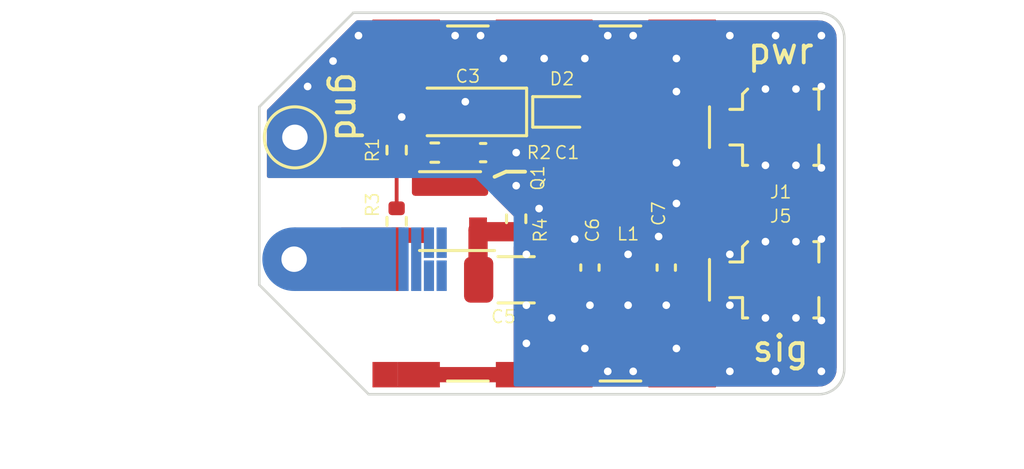
<source format=kicad_pcb>
(kicad_pcb (version 20211014) (generator pcbnew)
  (layers (0 "F.Cu" signal) (31 "B.Cu" signal) (34 "B.Paste" user) (35 "F.Paste" user) (36 "B.SilkS" user "B.Silkscreen") (37 "F.SilkS" user "F.Silkscreen") (38 "B.Mask" user) (39 "F.Mask" user) (44 "Edge.Cuts" user))
  (net 0 "")
  (net 1 "GND")
  (net 3 "Net-(C4-Pad2)")
  (net 4 "/out2")
  (net 5 "/out1")
  (net 6 "Net-(R1-Pad2)")
  (net 7 "/out")
  (net 8 "Net-(D2-Pad2)")
  (net 9 "+5V")
  (footprint "Connector_Coaxial:U.FL_Molex_MCRF_73412-0110_Vertical" (layer "F.Cu") (at 122.5 103 -90)
    (fp_text reference "J5" (at -2.5 0) (layer "F.SilkS") (effects (font (size 0.5 0.5) (thickness 0.06))))
    (fp_text value "u.Fl")
    (fp_line (start -0.7 1.5) (end -0.7 2) (layer "F.SilkS") (width 0.12))
    (fp_line (start 0.7 1.5) (end 0.7 2) (layer "F.SilkS") (width 0.12))
    (fp_line (start -1.5 -1.3) (end -1.5 -1.5) (layer "F.SilkS") (width 0.12))
    (fp_line (start 1.5 1.3) (end 1.5 1.5) (layer "F.SilkS") (width 0.12))
    (fp_line (start -1.5 -1.5) (end -0.7 -1.5) (layer "F.SilkS") (width 0.12))
    (fp_line (start 1.5 -1.5) (end 1.5 -1.3) (layer "F.SilkS") (width 0.12))
    (fp_line (start -0.7 1.5) (end -1.3 1.5) (layer "F.SilkS") (width 0.12))
    (fp_line (start -1.3 1.5) (end -1.5 1.3) (layer "F.SilkS") (width 0.12))
    (fp_line (start 0.7 -1.5) (end 1.5 -1.5) (layer "F.SilkS") (width 0.12))
    (fp_line (start 1.5 1.5) (end 0.7 1.5) (layer "F.SilkS") (width 0.12))
    (pad "1" smd rect (at 0 1.5 270) (size 1 1) (layers "F.Cu" "F.Paste" "F.Mask") (net 7 "/out"))
    (pad "2" smd rect (at 0 -1.5 270) (size 1 1) (layers "F.Cu" "F.Paste" "F.Mask") (net 1 "GND"))
    (pad "2" smd rect (at -1.475 0 270) (size 1.05 2.2) (layers "F.Cu" "F.Paste" "F.Mask") (net 1 "GND"))
    (pad "2" smd rect (at 1.475 0 270) (size 1.05 2.2) (layers "F.Cu" "F.Paste" "F.Mask") (net 1 "GND"))
  )
  (footprint "RF_Shielding:Laird_Technologies_BMI-S-101_13.66x12.70mm" (layer "F.Cu") (at 113.2 100)
    (fp_text reference "N1" hide)
    (fp_text value "Laird_BMI-S-101")
    (fp_line (start -3.8 -6.98) (end -2.2 -6.98) (layer "F.SilkS") (width 0.12))
    (fp_line (start -3.8 6.98) (end -2.2 6.98) (layer "F.SilkS") (width 0.12))
    (fp_line (start 6.5 2.2) (end 6.5 3.8) (layer "F.SilkS") (width 0.12))
    (fp_line (start 6.5 -3.8) (end 6.5 -2.2) (layer "F.SilkS") (width 0.12))
    (fp_line (start 2.2 6.98) (end 3.8 6.98) (layer "F.SilkS") (width 0.12))
    (fp_line (start 2.2 -6.98) (end 3.8 -6.98) (layer "F.SilkS") (width 0.12))
    (pad "1" smd rect (at -4.925 6.73) (size 1.65 1) (layers "F.Cu" "F.Paste" "F.Mask") (net 1 "GND"))
    (pad "1" smd rect (at -4.925 -6.73) (size 1.65 1) (layers "F.Cu" "F.Paste" "F.Mask") (net 1 "GND"))
    (pad "1" smd rect (at 6.25 -5.165) (size 1 2.13) (layers "F.Cu" "F.Paste" "F.Mask") (net 1 "GND"))
    (pad "1" smd rect (at 6.25 6.73) (size 1 1) (layers "F.Cu" "F.Paste" "F.Mask") (net 1 "GND"))
    (pad "1" smd rect (at 6.25 -6.73) (size 1 1) (layers "F.Cu" "F.Paste" "F.Mask") (net 1 "GND"))
    (pad "1" smd rect (at 0 6.73) (size 3.8 1) (layers "F.Cu" "F.Paste" "F.Mask") (net 1 "GND"))
    (pad "1" smd rect (at 6.25 5.165) (size 1 2.13) (layers "F.Cu" "F.Paste" "F.Mask") (net 1 "GND"))
    (pad "1" smd rect (at 6.25 0) (size 1 3.8) (layers "F.Cu" "F.Paste" "F.Mask") (net 1 "GND"))
    (pad "1" smd rect (at 4.925 -6.73) (size 1.65 1) (layers "F.Cu" "F.Paste" "F.Mask") (net 1 "GND"))
    (pad "1" smd rect (at -6.25 -6.73) (size 1 1) (layers "F.Cu" "F.Paste" "F.Mask") (net 1 "GND"))
    (pad "1" smd rect (at -6.25 6.73) (size 1 1) (layers "F.Cu" "F.Paste" "F.Mask") (net 1 "GND"))
    (pad "1" smd rect (at 4.925 6.73) (size 1.65 1) (layers "F.Cu" "F.Paste" "F.Mask") (net 1 "GND"))
    (pad "1" smd rect (at 0 -6.73) (size 3.8 1) (layers "F.Cu" "F.Paste" "F.Mask") (net 1 "GND"))
  )
  (footprint "FETProbe:SOT-143_mod" (layer "F.Cu") (at 109.5 100.3 180)
    (fp_text reference "Q1" (at -3.45 1.3 90) (layer "F.SilkS") (effects (font (size 0.5 0.5) (thickness 0.06))))
    (fp_text value "BF998")
    (fp_line (start -1.2 1.55) (end 1.2 1.55) (layer "F.SilkS") (width 0.12))
    (fp_line (start 1.2 -1.55) (end -1.75 -1.55) (layer "F.SilkS") (width 0.12))
    (pad "1" smd rect (at -1.1 -0.75 180) (size 0.7 1) (layers "F.Cu" "F.Paste" "F.Mask") (net 4 "/out2"))
    (pad "2" smd rect (at -1.1 0.95 180) (size 0.7 0.6) (layers "F.Cu" "F.Paste" "F.Mask") (net 9 "+5V"))
    (pad "3" smd rect (at 1.1 0.95 180) (size 0.7 0.6) (layers "F.Cu" "F.Paste" "F.Mask") (net 9 "+5V"))
    (pad "4" smd rect (at 1.1 -0.95 180) (size 0.7 0.6) (layers "F.Cu" "F.Paste" "F.Mask") (net 3 "Net-(C4-Pad2)"))
  )
  (footprint "Resistor_SMD:R_0402_1005Metric" (layer "F.Cu") (at 108.9 98)
    (fp_text reference "R2" (at 4.1 0) (layer "F.SilkS") (effects (font (size 0.5 0.5) (thickness 0.06))))
    (fp_text value "6k8")
    (fp_line (start -0.153641 0.38) (end 0.153641 0.38) (layer "F.SilkS") (width 0.12))
    (fp_line (start -0.153641 -0.38) (end 0.153641 -0.38) (layer "F.SilkS") (width 0.12))
    (pad "1" smd roundrect (at -0.51 0) (size 0.54 0.64) (layers "F.Cu" "F.Paste" "F.Mask") (net 6 "Net-(R1-Pad2)"))
    (pad "2" smd roundrect (at 0.51 0) (size 0.54 0.64) (layers "F.Cu" "F.Paste" "F.Mask") (net 9 "+5V"))
  )
  (footprint "Capacitor_Tantalum_SMD:CP_EIA-3216-18_Kemet-A" (layer "F.Cu") (at 110.2 96.4 180)
    (fp_text reference "C3" (at 0 1.4) (layer "F.SilkS") (effects (font (size 0.5 0.5) (thickness 0.06))))
    (fp_text value "10uF")
    (fp_line (start -2.31 0.935) (end 1.6 0.935) (layer "F.SilkS") (width 0.12))
    (fp_line (start -2.31 -0.935) (end -2.31 0.935) (layer "F.SilkS") (width 0.12))
    (fp_line (start 1.6 -0.935) (end -2.31 -0.935) (layer "F.SilkS") (width 0.12))
    (pad "1" smd roundrect (at -1.35 0 180) (size 1.4 1.35) (layers "F.Cu" "F.Paste" "F.Mask") (roundrect_rratio 0.185185) (net 9 "+5V"))
    (pad "2" smd roundrect (at 1.35 0 180) (size 1.4 1.35) (layers "F.Cu" "F.Paste" "F.Mask") (roundrect_rratio 0.185185) (net 1 "GND"))
  )
  (footprint "Resistor_SMD:R_0402_1005Metric" (layer "F.Cu") (at 107.4 100.7 -90)
    (fp_text reference "R3" (at -0.65 0.95 90) (layer "F.SilkS") (effects (font (size 0.5 0.5) (thickness 0.06))))
    (fp_text value "1M")
    (fp_line (start -0.153641 0.38) (end 0.153641 0.38) (layer "F.SilkS") (width 0.12))
    (fp_line (start -0.153641 -0.38) (end 0.153641 -0.38) (layer "F.SilkS") (width 0.12))
    (pad "1" smd roundrect (at -0.51 0 270) (size 0.54 0.64) (layers "F.Cu" "F.Paste" "F.Mask") (net 6 "Net-(R1-Pad2)"))
    (pad "2" smd roundrect (at 0.51 0 270) (size 0.54 0.64) (layers "F.Cu" "F.Paste" "F.Mask") (net 3 "Net-(C4-Pad2)"))
  )
  (footprint "Connector_Coaxial:U.FL_Molex_MCRF_73412-0110_Vertical" (layer "F.Cu") (at 122.5 97 -90)
    (fp_text reference "J1" (at 2.55 0 180) (layer "F.SilkS") (effects (font (size 0.5 0.5) (thickness 0.06))))
    (fp_text value "u.Fl")
    (fp_line (start 0.7 -1.5) (end 1.5 -1.5) (layer "F.SilkS") (width 0.12))
    (fp_line (start 1.5 1.3) (end 1.5 1.5) (layer "F.SilkS") (width 0.12))
    (fp_line (start -0.7 1.5) (end -1.3 1.5) (layer "F.SilkS") (width 0.12))
    (fp_line (start 1.5 -1.5) (end 1.5 -1.3) (layer "F.SilkS") (width 0.12))
    (fp_line (start -1.5 -1.5) (end -0.7 -1.5) (layer "F.SilkS") (width 0.12))
    (fp_line (start 1.5 1.5) (end 0.7 1.5) (layer "F.SilkS") (width 0.12))
    (fp_line (start -0.7 1.5) (end -0.7 2) (layer "F.SilkS") (width 0.12))
    (fp_line (start -1.3 1.5) (end -1.5 1.3) (layer "F.SilkS") (width 0.12))
    (fp_line (start -1.5 -1.3) (end -1.5 -1.5) (layer "F.SilkS") (width 0.12))
    (fp_line (start 0.7 1.5) (end 0.7 2) (layer "F.SilkS") (width 0.12))
    (pad "1" smd rect (at 0 1.5 270) (size 1 1) (layers "F.Cu" "F.Paste" "F.Mask") (net 8 "Net-(D2-Pad2)"))
    (pad "2" smd rect (at 0 -1.5 270) (size 1 1) (layers "F.Cu" "F.Paste" "F.Mask") (net 1 "GND"))
    (pad "2" smd rect (at 1.475 0 270) (size 1.05 2.2) (layers "F.Cu" "F.Paste" "F.Mask") (net 1 "GND"))
    (pad "2" smd rect (at -1.475 0 270) (size 1.05 2.2) (layers "F.Cu" "F.Paste" "F.Mask") (net 1 "GND"))
  )
  (footprint "Resistor_SMD:R_0402_1005Metric" (layer "F.Cu") (at 107.4 97.9 -90)
    (fp_text reference "R1" (at 0 0.95 90) (layer "F.SilkS") (effects (font (size 0.5 0.5) (thickness 0.06))))
    (fp_text value "4k7")
    (fp_line (start -0.153641 0.38) (end 0.153641 0.38) (layer "F.SilkS") (width 0.12))
    (fp_line (start -0.153641 -0.38) (end 0.153641 -0.38) (layer "F.SilkS") (width 0.12))
    (pad "1" smd roundrect (at -0.51 0 270) (size 0.54 0.64) (layers "F.Cu" "F.Paste" "F.Mask") (net 1 "GND"))
    (pad "2" smd roundrect (at 0.51 0 270) (size 0.54 0.64) (layers "F.Cu" "F.Paste" "F.Mask") (net 6 "Net-(R1-Pad2)"))
  )
  (footprint "FETProbe:input_cap" (layer "F.Cu") (at 108.07 102.19)
    (fp_text reference "C4" hide)
    (fp_text value "C" hide)
    (fp_rect (start 0.9 0.05) (end 1.3 1.25) (layer "B.Cu") (width 0) (fill solid))
    (fp_rect (start -0.1 -1.25) (end 0.3 1.25) (layer "B.Cu") (width 0) (fill solid))
    (fp_rect (start 0.4 -1.25) (end 0.8 -0.05) (layer "B.Cu") (width 0) (fill solid))
    (fp_rect (start 0.9 -1.25) (end 1.3 -0.05) (layer "B.Cu") (width 0) (fill solid))
    (fp_rect (start -0.6 -1.25) (end -0.2 1.25) (layer "B.Cu") (width 0) (fill solid))
    (fp_rect (start 0.4 0.05) (end 0.8 1.25) (layer "B.Cu") (width 0) (fill solid))
    (fp_circle (center -4.7 0) (end -3.45 0) (layer "B.Cu") (width 0) (fill solid))
    (fp_poly (pts (xy -4.7 -1.25) (xy -0.7 -1.25) (xy -0.7 1.25) (xy -4.7 1.25)) (layer "B.Cu") (width 0) (fill solid))
    (pad "1" thru_hole circle (at -4.7 0) (size 2 2) (drill 1) (layers *.Cu *.Mask))
    (pad "2" smd rect (at -1.6 0) (size 2.5 2.5) (layers "F.Cu") (net 3 "Net-(C4-Pad2)"))
  )
  (footprint "Capacitor_SMD:C_0402_1005Metric" (layer "F.Cu") (at 115 102.52 -90)
    (fp_text reference "C6" (at -1.47 -0.1 90) (layer "F.SilkS") (effects (font (size 0.5 0.5) (thickness 0.06))))
    (fp_text value "2.2pF")
    (fp_line (start -0.107836 -0.36) (end 0.107836 -0.36) (layer "F.SilkS") (width 0.12))
    (fp_line (start -0.107836 0.36) (end 0.107836 0.36) (layer "F.SilkS") (width 0.12))
    (pad "1" smd roundrect (at -0.48 0 270) (size 0.56 0.62) (layers "F.Cu" "F.Paste" "F.Mask") (net 1 "GND"))
    (pad "2" smd roundrect (at 0.48 0 270) (size 0.56 0.62) (layers "F.Cu" "F.Paste" "F.Mask") (net 5 "/out1"))
  )
  (footprint "Capacitor_SMD:C_0402_1005Metric" (layer "F.Cu") (at 110.8 98 180)
    (fp_text reference "C1" (at -3.3 0) (layer "F.SilkS") (effects (font (size 0.5 0.5) (thickness 0.06))))
    (fp_text value "10uF")
    (fp_line (start -0.107836 0.36) (end 0.107836 0.36) (layer "F.SilkS") (width 0.12))
    (fp_line (start -0.107836 -0.36) (end 0.107836 -0.36) (layer "F.SilkS") (width 0.12))
    (pad "1" smd roundrect (at -0.48 0 180) (size 0.56 0.62) (layers "F.Cu" "F.Paste" "F.Mask") (net 1 "GND"))
    (pad "2" smd roundrect (at 0.48 0 180) (size 0.56 0.62) (layers "F.Cu" "F.Paste" "F.Mask") (net 9 "+5V"))
  )
  (footprint "TestPoint:TestPoint_THTPad_D2.0mm_Drill1.0mm" (layer "F.Cu") (at 103.4 97.4)
    (fp_text reference "TP3" hide)
    (fp_text value "TestPoint" hide)
    (fp_circle (center 0 0) (end 0 1.2) (layer "F.SilkS") (width 0.12) (fill none))
    (pad "1" thru_hole circle (at 0 0) (size 2 2) (drill 1) (layers *.Cu *.Mask) (net 1 "GND"))
  )
  (footprint "Capacitor_SMD:C_0402_1005Metric" (layer "F.Cu") (at 118 102.52 -90)
    (fp_text reference "C7" (at -2.12 0.3 90) (layer "F.SilkS") (effects (font (size 0.5 0.5) (thickness 0.06))))
    (fp_text value "2.2pF")
    (fp_line (start -0.107836 -0.36) (end 0.107836 -0.36) (layer "F.SilkS") (width 0.12))
    (fp_line (start -0.107836 0.36) (end 0.107836 0.36) (layer "F.SilkS") (width 0.12))
    (pad "1" smd roundrect (at -0.48 0 270) (size 0.56 0.62) (layers "F.Cu" "F.Paste" "F.Mask") (net 1 "GND"))
    (pad "2" smd roundrect (at 0.48 0 270) (size 0.56 0.62) (layers "F.Cu" "F.Paste" "F.Mask") (net 7 "/out"))
  )
  (footprint "Capacitor_SMD:C_1206_3216Metric" (layer "F.Cu") (at 112.1 103)
    (fp_text reference "C5" (at -0.5 1.45) (layer "F.SilkS") (effects (font (size 0.5 0.5) (thickness 0.06))))
    (fp_text value "100nF")
    (fp_line (start -0.711252 -0.91) (end 0.711252 -0.91) (layer "F.SilkS") (width 0.12))
    (fp_line (start -0.711252 0.91) (end 0.711252 0.91) (layer "F.SilkS") (width 0.12))
    (pad "1" smd roundrect (at -1.475 0) (size 1.15 1.8) (layers "F.Cu" "F.Paste" "F.Mask") (roundrect_rratio 0.217391) (net 4 "/out2"))
    (pad "2" smd roundrect (at 1.475 0) (size 1.15 1.8) (layers "F.Cu" "F.Paste" "F.Mask") (roundrect_rratio 0.217391) (net 5 "/out1"))
  )
  (footprint "Diode_SMD:D_SOD-523" (layer "F.Cu") (at 113.9 96.4)
    (fp_text reference "D2" (at 0 -1.3) (layer "F.SilkS") (effects (font (size 0.5 0.5) (thickness 0.06))))
    (fp_text value "RB531SM-30FH")
    (fp_line (start 0.7 0.6) (end -1.15 0.6) (layer "F.SilkS") (width 0.12))
    (fp_line (start 0.7 -0.6) (end -1.15 -0.6) (layer "F.SilkS") (width 0.12))
    (fp_line (start -1.15 -0.6) (end -1.15 0.6) (layer "F.SilkS") (width 0.12))
    (pad "1" smd rect (at -0.7 0 180) (size 0.6 0.7) (layers "F.Cu" "F.Paste" "F.Mask") (net 9 "+5V"))
    (pad "2" smd rect (at 0.7 0 180) (size 0.6 0.7) (layers "F.Cu" "F.Paste" "F.Mask") (net 8 "Net-(D2-Pad2)"))
  )
  (footprint "Inductor_SMD:L_0402_1005Metric" (layer "F.Cu") (at 116.5 103)
    (fp_text reference "L1" (at 0 -1.8) (layer "F.SilkS") (effects (font (size 0.5 0.5) (thickness 0.06))))
    (fp_text value "10nH")
    (pad "1" smd roundrect (at -0.485 0) (size 0.59 0.64) (layers "F.Cu" "F.Paste" "F.Mask") (net 5 "/out1"))
    (pad "2" smd roundrect (at 0.485 0) (size 0.59 0.64) (layers "F.Cu" "F.Paste" "F.Mask") (net 7 "/out"))
  )
  (footprint "Resistor_SMD:R_0402_1005Metric" (layer "F.Cu") (at 112.1 100.6 90)
    (fp_text reference "R4" (at -0.45 0.95 90) (layer "F.SilkS") (effects (font (size 0.5 0.5) (thickness 0.06))))
    (fp_text value "47R")
    (fp_line (start -0.153641 -0.38) (end 0.153641 -0.38) (layer "F.SilkS") (width 0.12))
    (fp_line (start -0.153641 0.38) (end 0.153641 0.38) (layer "F.SilkS") (width 0.12))
    (pad "1" smd roundrect (at -0.51 0 90) (size 0.54 0.64) (layers "F.Cu" "F.Paste" "F.Mask") (net 4 "/out2"))
    (pad "2" smd roundrect (at 0.51 0 90) (size 0.54 0.64) (layers "F.Cu" "F.Paste" "F.Mask") (net 1 "GND"))
  )
  (gr_line (start 112.45 98.75) (end 111.7 98.75) (layer "F.SilkS") (width 0.15))
  (gr_line (start 111.7 98.75) (end 111.25 98.95) (layer "F.SilkS") (width 0.15))
  (gr_arc (start 125 106.5) (mid 124.707107 107.207107) (end 124 107.5) (layer "Edge.Cuts") (width 0.1))
  (gr_line (start 102 103.2) (end 102 96.2) (layer "Edge.Cuts") (width 0.1))
  (gr_arc (start 124 92.5) (mid 124.707107 92.792893) (end 125 93.5) (layer "Edge.Cuts") (width 0.1))
  (gr_line (start 125 93.5) (end 125 106.5) (layer "Edge.Cuts") (width 0.1))
  (gr_line (start 102 96.2) (end 105.7 92.5) (layer "Edge.Cuts") (width 0.1))
  (gr_line (start 106.3 107.5) (end 124 107.5) (layer "Edge.Cuts") (width 0.1))
  (gr_line (start 102 103.2) (end 106.3 107.5) (layer "Edge.Cuts") (width 0.1))
  (gr_line (start 105.7 92.5) (end 124 92.5) (layer "Edge.Cuts") (width 0.1))
  (gr_text "pwr" (at 122.5 94) (layer "F.SilkS") (effects (font (size 1 1))))
  (gr_text "sig\n" (at 122.5 105.7) (layer "F.SilkS") (effects (font (size 1 1))))
  (gr_text "gnd" (at 105.5 96.2 270) (layer "F.SilkS") (effects (font (size 1 1))))
  (segment (start 108.275 106.73) (end 113.2 106.73) (width 0.6) (layer "F.Cu") (net 1))
  (via (at 124.1 104.6) (size 0.6) (drill 0.3) (layers "F.Cu" "B.Cu") (net 1))
  (via (at 124.1 98.6) (size 0.6) (drill 0.3) (layers "F.Cu" "B.Cu") (net 1))
  (via (at 118.4 95.6) (size 0.6) (drill 0.3) (layers "F.Cu" "B.Cu") (net 1))
  (via (at 104.9 94.4) (size 0.6) (drill 0.3) (layers "F.Cu" "B.Cu") (net 1))
  (via (at 113 100.2) (size 0.6) (drill 0.3) (layers "F.Cu" "B.Cu") (net 1))
  (via (at 116.7 93.4) (size 0.6) (drill 0.3) (layers "F.Cu" "B.Cu") (net 1))
  (via (at 123.1 98.5) (size 0.6) (drill 0.3) (layers "F.Cu" "B.Cu") (net 1))
  (via (at 105.9 93.4) (size 0.6) (drill 0.3) (layers "F.Cu" "B.Cu") (net 1))
  (via (at 115 104) (size 0.6) (drill 0.3) (layers "F.Cu" "B.Cu") (net 1))
  (via (at 116.5 102) (size 0.6) (drill 0.3) (layers "F.Cu" "B.Cu") (net 1))
  (via (at 123.1 104.5) (size 0.6) (drill 0.3) (layers "F.Cu" "B.Cu") (net 1))
  (via (at 111.6 94.3) (size 0.6) (drill 0.3) (layers "F.Cu" "B.Cu") (net 1))
  (via (at 114.4 101.4) (size 0.6) (drill 0.3) (layers "F.Cu" "B.Cu") (net 1))
  (via (at 114.8 105.7) (size 0.6) (drill 0.3) (layers "F.Cu" "B.Cu") (net 1))
  (via (at 116.7 106.6) (size 0.6) (drill 0.3) (layers "F.Cu" "B.Cu") (net 1))
  (via (at 115.7 93.4) (size 0.6) (drill 0.3) (layers "F.Cu" "B.Cu") (net 1))
  (via (at 109.7 93.4) (size 0.6) (drill 0.3) (layers "F.Cu" "B.Cu") (net 1))
  (via (at 118.4 98.4) (size 0.6) (drill 0.3) (layers "F.Cu" "B.Cu") (net 1))
  (via (at 118 104) (size 0.6) (drill 0.3) (layers "F.Cu" "B.Cu") (net 1))
  (via (at 121.9 101.5) (size 0.6) (drill 0.3) (layers "F.Cu" "B.Cu") (net 1))
  (via (at 110.7 93.4) (size 0.6) (drill 0.3) (layers "F.Cu" "B.Cu") (net 1))
  (via (at 120.5 93.4) (size 0.6) (drill 0.3) (layers "F.Cu" "B.Cu") (net 1))
  (via (at 121.9 98.5) (size 0.6) (drill 0.3) (layers "F.Cu" "B.Cu") (net 1))
  (via (at 121.9 95.5) (size 0.6) (drill 0.3) (layers "F.Cu" "B.Cu") (net 1))
  (via (at 107.6 96.6) (size 0.6) (drill 0.3) (layers "F.Cu" "B.Cu") (net 1))
  (via (at 123.1 95.5) (size 0.6) (drill 0.3) (layers "F.Cu" "B.Cu") (net 1))
  (via (at 112.5 104) (size 0.6) (drill 0.3) (layers "F.Cu" "B.Cu") (net 1))
  (via (at 117.7 101.3) (size 0.6) (drill 0.3) (layers "F.Cu" "B.Cu") (net 1))
  (via (at 124.1 95.4) (size 0.6) (drill 0.3) (layers "F.Cu" "B.Cu") (net 1))
  (via (at 120.5 106.6) (size 0.6) (drill 0.3) (layers "F.Cu" "B.Cu") (net 1))
  (via (at 103.9 95.4) (size 0.6) (drill 0.3) (layers "F.Cu" "B.Cu") (net 1))
  (via (at 122.3 93.4) (size 0.6) (drill 0.3) (layers "F.Cu" "B.Cu") (net 1))
  (via (at 124.1 106.6) (size 0.6) (drill 0.3) (layers "F.Cu" "B.Cu") (net 1))
  (via (at 123.1 101.5) (size 0.6) (drill 0.3) (layers "F.Cu" "B.Cu") (net 1))
  (via (at 115.7 106.6) (size 0.6) (drill 0.3) (layers "F.Cu" "B.Cu") (net 1))
  (via (at 114.8 94.3) (size 0.6) (drill 0.3) (layers "F.Cu" "B.Cu") (net 1))
  (via (at 112.5 105.5) (size 0.6) (drill 0.3) (layers "F.Cu" "B.Cu") (net 1))
  (via (at 120.5 102) (size 0.6) (drill 0.3) (layers "F.Cu" "B.Cu") (net 1))
  (via (at 116.5 104) (size 0.6) (drill 0.3) (layers "F.Cu" "B.Cu") (net 1))
  (via (at 118.4 94.3) (size 0.6) (drill 0.3) (layers "F.Cu" "B.Cu") (net 1))
  (via (at 112.5 102) (size 0.6) (drill 0.3) (layers "F.Cu" "B.Cu") (net 1))
  (via (at 113.5 104.5) (size 0.6) (drill 0.3) (layers "F.Cu" "B.Cu") (net 1))
  (via (at 113.2 94.3) (size 0.6) (drill 0.3) (layers "F.Cu" "B.Cu") (net 1))
  (via (at 121.9 104.5) (size 0.6) (drill 0.3) (layers "F.Cu" "B.Cu") (net 1))
  (via (at 112.1 99.3) (size 0.6) (drill 0.3) (layers "F.Cu" "B.Cu") (net 1))
  (via (at 118.4 105.7) (size 0.6) (drill 0.3) (layers "F.Cu" "B.Cu") (net 1))
  (via (at 124.1 101.4) (size 0.6) (drill 0.3) (layers "F.Cu" "B.Cu") (net 1))
  (via (at 112.1 98) (size 0.6) (drill 0.3) (layers "F.Cu" "B.Cu") (net 1))
  (via (at 110.1 96) (size 0.6) (drill 0.3) (layers "F.Cu" "B.Cu") (net 1))
  (via (at 118.4 100) (size 0.6) (drill 0.3) (layers "F.Cu" "B.Cu") (net 1))
  (via (at 120.5 104) (size 0.6) (drill 0.3) (layers "F.Cu" "B.Cu") (net 1))
  (via (at 122.3 106.6) (size 0.6) (drill 0.3) (layers "F.Cu" "B.Cu") (net 1))
  (via (at 124.1 93.4) (size 0.6) (drill 0.3) (layers "F.Cu" "B.Cu") (net 1))
  (segment (start 108.4 101.25) (end 107.44 101.25) (width 0.6) (layer "F.Cu") (net 3))
  (segment (start 110.6 101.05) (end 110.6 102.975) (width 0.757) (layer "F.Cu") (net 4))
  (segment (start 110.6 102.975) (end 110.625 103) (width 0.757) (layer "F.Cu") (net 4))
  (segment (start 112.1 101.11) (end 110.66 101.11) (width 0.757) (layer "F.Cu") (net 4))
  (segment (start 110.66 101.11) (end 110.6 101.05) (width 0.757) (layer "F.Cu") (net 4))
  (segment (start 116.015 103) (end 115 103) (width 0.757) (layer "F.Cu") (net 5))
  (segment (start 113.575 103) (end 115 103) (width 0.757) (layer "F.Cu") (net 5))
  (segment (start 107.81 98) (end 107.4 98.41) (width 0.15) (layer "F.Cu") (net 6))
  (segment (start 108.39 98) (end 107.81 98) (width 0.15) (layer "F.Cu") (net 6))
  (segment (start 107.4 100.19) (end 107.4 98.41) (width 0.15) (layer "F.Cu") (net 6))
  (segment (start 116.985 103) (end 118 103) (width 0.757) (layer "F.Cu") (net 7))
  (segment (start 118 103) (end 121 103) (width 0.757) (layer "F.Cu") (net 7))
  (segment (start 121 97) (end 117.7 97) (width 0.6) (layer "F.Cu") (net 8))
  (segment (start 117.1 96.4) (end 114.6 96.4) (width 0.6) (layer "F.Cu") (net 8))
  (segment (start 117.7 97) (end 117.1 96.4) (width 0.6) (layer "F.Cu") (net 8))
  (segment (start 113.2 96.4) (end 111.55 96.4) (width 0.6) (layer "F.Cu") (net 9))
  (zone (net 9) (net_name "+5V") (layer "F.Cu") (priority 1) (connect_pads yes (clearance 0.2)) (min_thickness 0.254) (fill yes (thermal_gap 0.508) (thermal_bridge_width 0.508))
    (polygon (pts (xy 111.9 97) (xy 111.4 97) (xy 110.7 97.7) (xy 110.7 98.4) (xy 111 98.7) (xy 111 99.7) (xy 108 99.7) (xy 108 98.7) (xy 108.7 98.7) (xy 109.2 98.2) (xy 109.2 97.7) (xy 109.4 97.5) (xy 109.4 97.3) (xy 110.9 95.8) (xy 111.9 95.8)))
  )
  (zone (net 1) (net_name "GND") (layers F&B.Cu) (connect_pads yes (clearance 0.15)) (min_thickness 0.15) (fill yes (thermal_gap 0.508) (thermal_bridge_width 0.508))
    (polygon (pts (xy 126 108) (xy 112 108) (xy 112 100.5) (xy 110.5 99) (xy 102 99) (xy 102 92) (xy 126 92)))
  )
)
</source>
